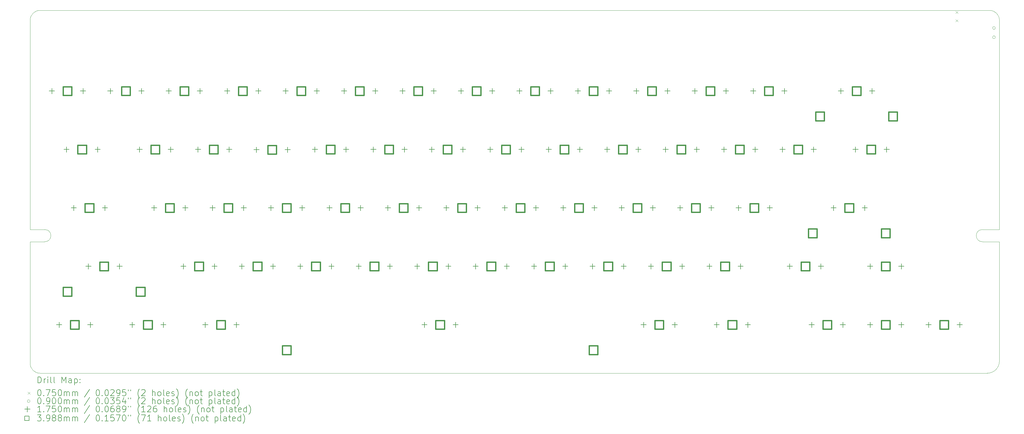
<source format=gbr>
%TF.GenerationSoftware,KiCad,Pcbnew,(6.0.10)*%
%TF.CreationDate,2023-09-30T09:28:59-05:00*%
%TF.ProjectId,RunTypeV3,52756e54-7970-4655-9633-2e6b69636164,rev?*%
%TF.SameCoordinates,Original*%
%TF.FileFunction,Drillmap*%
%TF.FilePolarity,Positive*%
%FSLAX45Y45*%
G04 Gerber Fmt 4.5, Leading zero omitted, Abs format (unit mm)*
G04 Created by KiCad (PCBNEW (6.0.10)) date 2023-09-30 09:28:59*
%MOMM*%
%LPD*%
G01*
G04 APERTURE LIST*
%ADD10C,0.100000*%
%ADD11C,0.200000*%
%ADD12C,0.075000*%
%ADD13C,0.090000*%
%ADD14C,0.175000*%
%ADD15C,0.398780*%
G04 APERTURE END LIST*
D10*
X1825625Y-8969376D02*
G75*
G03*
X1825625Y-8572500I0J198438D01*
G01*
X1666875Y-1428750D02*
G75*
G03*
X1349375Y-1746250I0J-317500D01*
G01*
X32385000Y-8572505D02*
G75*
G03*
X32385000Y-8969375I0J-198435D01*
G01*
X1349375Y-8572500D02*
X1349375Y-1746250D01*
X1666875Y-1428750D02*
X32623125Y-1428750D01*
X1349375Y-8969375D02*
X1825625Y-8969375D01*
X32940625Y-8572500D02*
X32940625Y-1746250D01*
X1349375Y-12938125D02*
X1349375Y-8969375D01*
X32385000Y-8572500D02*
X32940625Y-8572500D01*
X32543750Y-13255625D02*
X1666875Y-13255625D01*
X32940620Y-1746250D02*
G75*
G03*
X32623125Y-1428750I-317500J0D01*
G01*
X1825625Y-8572500D02*
X1349375Y-8572500D01*
X32940625Y-8969375D02*
X32940625Y-12858750D01*
X32940625Y-8969375D02*
X32385000Y-8969375D01*
X32543750Y-13255625D02*
G75*
G03*
X32940625Y-12858750I0J396875D01*
G01*
X1349375Y-12938125D02*
G75*
G03*
X1666875Y-13255625I317500J0D01*
G01*
D11*
D12*
X31516576Y-1453035D02*
X31591576Y-1528035D01*
X31591576Y-1453035D02*
X31516576Y-1528035D01*
X31516576Y-1728035D02*
X31591576Y-1803035D01*
X31591576Y-1728035D02*
X31516576Y-1803035D01*
D13*
X32806545Y-2002000D02*
G75*
G03*
X32806545Y-2002000I-45000J0D01*
G01*
X32806545Y-2302000D02*
G75*
G03*
X32806545Y-2302000I-45000J0D01*
G01*
D14*
X2056750Y-3969500D02*
X2056750Y-4144500D01*
X1969250Y-4057000D02*
X2144250Y-4057000D01*
X2294875Y-11589500D02*
X2294875Y-11764500D01*
X2207375Y-11677000D02*
X2382375Y-11677000D01*
X2533000Y-5874500D02*
X2533000Y-6049500D01*
X2445500Y-5962000D02*
X2620500Y-5962000D01*
X2771125Y-7779500D02*
X2771125Y-7954500D01*
X2683625Y-7867000D02*
X2858625Y-7867000D01*
X3072750Y-3969500D02*
X3072750Y-4144500D01*
X2985250Y-4057000D02*
X3160250Y-4057000D01*
X3247375Y-9684500D02*
X3247375Y-9859500D01*
X3159875Y-9772000D02*
X3334875Y-9772000D01*
X3310875Y-11589500D02*
X3310875Y-11764500D01*
X3223375Y-11677000D02*
X3398375Y-11677000D01*
X3549000Y-5874500D02*
X3549000Y-6049500D01*
X3461500Y-5962000D02*
X3636500Y-5962000D01*
X3787125Y-7779500D02*
X3787125Y-7954500D01*
X3699625Y-7867000D02*
X3874625Y-7867000D01*
X3961750Y-3969500D02*
X3961750Y-4144500D01*
X3874250Y-4057000D02*
X4049250Y-4057000D01*
X4263375Y-9684500D02*
X4263375Y-9859500D01*
X4175875Y-9772000D02*
X4350875Y-9772000D01*
X4676125Y-11589500D02*
X4676125Y-11764500D01*
X4588625Y-11677000D02*
X4763625Y-11677000D01*
X4914250Y-5874500D02*
X4914250Y-6049500D01*
X4826750Y-5962000D02*
X5001750Y-5962000D01*
X4977750Y-3969500D02*
X4977750Y-4144500D01*
X4890250Y-4057000D02*
X5065250Y-4057000D01*
X5390500Y-7779500D02*
X5390500Y-7954500D01*
X5303000Y-7867000D02*
X5478000Y-7867000D01*
X5692125Y-11589500D02*
X5692125Y-11764500D01*
X5604625Y-11677000D02*
X5779625Y-11677000D01*
X5866750Y-3969500D02*
X5866750Y-4144500D01*
X5779250Y-4057000D02*
X5954250Y-4057000D01*
X5930250Y-5874500D02*
X5930250Y-6049500D01*
X5842750Y-5962000D02*
X6017750Y-5962000D01*
X6343000Y-9684500D02*
X6343000Y-9859500D01*
X6255500Y-9772000D02*
X6430500Y-9772000D01*
X6406500Y-7779500D02*
X6406500Y-7954500D01*
X6319000Y-7867000D02*
X6494000Y-7867000D01*
X6819250Y-5874500D02*
X6819250Y-6049500D01*
X6731750Y-5962000D02*
X6906750Y-5962000D01*
X6882750Y-3969500D02*
X6882750Y-4144500D01*
X6795250Y-4057000D02*
X6970250Y-4057000D01*
X7057375Y-11589500D02*
X7057375Y-11764500D01*
X6969875Y-11677000D02*
X7144875Y-11677000D01*
X7295500Y-7779500D02*
X7295500Y-7954500D01*
X7208000Y-7867000D02*
X7383000Y-7867000D01*
X7359000Y-9684500D02*
X7359000Y-9859500D01*
X7271500Y-9772000D02*
X7446500Y-9772000D01*
X7771750Y-3969500D02*
X7771750Y-4144500D01*
X7684250Y-4057000D02*
X7859250Y-4057000D01*
X7835250Y-5874500D02*
X7835250Y-6049500D01*
X7747750Y-5962000D02*
X7922750Y-5962000D01*
X8073375Y-11589500D02*
X8073375Y-11764500D01*
X7985875Y-11677000D02*
X8160875Y-11677000D01*
X8248000Y-9684500D02*
X8248000Y-9859500D01*
X8160500Y-9772000D02*
X8335500Y-9772000D01*
X8311500Y-7779500D02*
X8311500Y-7954500D01*
X8224000Y-7867000D02*
X8399000Y-7867000D01*
X8724250Y-5881500D02*
X8724250Y-6056500D01*
X8636750Y-5969000D02*
X8811750Y-5969000D01*
X8787750Y-3969500D02*
X8787750Y-4144500D01*
X8700250Y-4057000D02*
X8875250Y-4057000D01*
X9200500Y-7779500D02*
X9200500Y-7954500D01*
X9113000Y-7867000D02*
X9288000Y-7867000D01*
X9264000Y-9684500D02*
X9264000Y-9859500D01*
X9176500Y-9772000D02*
X9351500Y-9772000D01*
X9676750Y-3969500D02*
X9676750Y-4144500D01*
X9589250Y-4057000D02*
X9764250Y-4057000D01*
X9740250Y-5881500D02*
X9740250Y-6056500D01*
X9652750Y-5969000D02*
X9827750Y-5969000D01*
X10153000Y-9684500D02*
X10153000Y-9859500D01*
X10065500Y-9772000D02*
X10240500Y-9772000D01*
X10216500Y-7779500D02*
X10216500Y-7954500D01*
X10129000Y-7867000D02*
X10304000Y-7867000D01*
X10629250Y-5874500D02*
X10629250Y-6049500D01*
X10541750Y-5962000D02*
X10716750Y-5962000D01*
X10692750Y-3969500D02*
X10692750Y-4144500D01*
X10605250Y-4057000D02*
X10780250Y-4057000D01*
X11105500Y-7779500D02*
X11105500Y-7954500D01*
X11018000Y-7867000D02*
X11193000Y-7867000D01*
X11169000Y-9684500D02*
X11169000Y-9859500D01*
X11081500Y-9772000D02*
X11256500Y-9772000D01*
X11581750Y-3969500D02*
X11581750Y-4144500D01*
X11494250Y-4057000D02*
X11669250Y-4057000D01*
X11645250Y-5874500D02*
X11645250Y-6049500D01*
X11557750Y-5962000D02*
X11732750Y-5962000D01*
X12058000Y-9684500D02*
X12058000Y-9859500D01*
X11970500Y-9772000D02*
X12145500Y-9772000D01*
X12121500Y-7779500D02*
X12121500Y-7954500D01*
X12034000Y-7867000D02*
X12209000Y-7867000D01*
X12534250Y-5874500D02*
X12534250Y-6049500D01*
X12446750Y-5962000D02*
X12621750Y-5962000D01*
X12597750Y-3969500D02*
X12597750Y-4144500D01*
X12510250Y-4057000D02*
X12685250Y-4057000D01*
X13010500Y-7779500D02*
X13010500Y-7954500D01*
X12923000Y-7867000D02*
X13098000Y-7867000D01*
X13074000Y-9684500D02*
X13074000Y-9859500D01*
X12986500Y-9772000D02*
X13161500Y-9772000D01*
X13486750Y-3969500D02*
X13486750Y-4144500D01*
X13399250Y-4057000D02*
X13574250Y-4057000D01*
X13550250Y-5874500D02*
X13550250Y-6049500D01*
X13462750Y-5962000D02*
X13637750Y-5962000D01*
X13963000Y-9684500D02*
X13963000Y-9859500D01*
X13875500Y-9772000D02*
X14050500Y-9772000D01*
X14026500Y-7779500D02*
X14026500Y-7954500D01*
X13939000Y-7867000D02*
X14114000Y-7867000D01*
X14201125Y-11589500D02*
X14201125Y-11764500D01*
X14113625Y-11677000D02*
X14288625Y-11677000D01*
X14439250Y-5874500D02*
X14439250Y-6049500D01*
X14351750Y-5962000D02*
X14526750Y-5962000D01*
X14502750Y-3969500D02*
X14502750Y-4144500D01*
X14415250Y-4057000D02*
X14590250Y-4057000D01*
X14915500Y-7779500D02*
X14915500Y-7954500D01*
X14828000Y-7867000D02*
X15003000Y-7867000D01*
X14979000Y-9684500D02*
X14979000Y-9859500D01*
X14891500Y-9772000D02*
X15066500Y-9772000D01*
X15217125Y-11589500D02*
X15217125Y-11764500D01*
X15129625Y-11677000D02*
X15304625Y-11677000D01*
X15391750Y-3969500D02*
X15391750Y-4144500D01*
X15304250Y-4057000D02*
X15479250Y-4057000D01*
X15455250Y-5874500D02*
X15455250Y-6049500D01*
X15367750Y-5962000D02*
X15542750Y-5962000D01*
X15868000Y-9684500D02*
X15868000Y-9859500D01*
X15780500Y-9772000D02*
X15955500Y-9772000D01*
X15931500Y-7779500D02*
X15931500Y-7954500D01*
X15844000Y-7867000D02*
X16019000Y-7867000D01*
X16344250Y-5874500D02*
X16344250Y-6049500D01*
X16256750Y-5962000D02*
X16431750Y-5962000D01*
X16407750Y-3969500D02*
X16407750Y-4144500D01*
X16320250Y-4057000D02*
X16495250Y-4057000D01*
X16820500Y-7779500D02*
X16820500Y-7954500D01*
X16733000Y-7867000D02*
X16908000Y-7867000D01*
X16884000Y-9684500D02*
X16884000Y-9859500D01*
X16796500Y-9772000D02*
X16971500Y-9772000D01*
X17296750Y-3969500D02*
X17296750Y-4144500D01*
X17209250Y-4057000D02*
X17384250Y-4057000D01*
X17360250Y-5874500D02*
X17360250Y-6049500D01*
X17272750Y-5962000D02*
X17447750Y-5962000D01*
X17773000Y-9684500D02*
X17773000Y-9859500D01*
X17685500Y-9772000D02*
X17860500Y-9772000D01*
X17836500Y-7779500D02*
X17836500Y-7954500D01*
X17749000Y-7867000D02*
X17924000Y-7867000D01*
X18249250Y-5874500D02*
X18249250Y-6049500D01*
X18161750Y-5962000D02*
X18336750Y-5962000D01*
X18312750Y-3969500D02*
X18312750Y-4144500D01*
X18225250Y-4057000D02*
X18400250Y-4057000D01*
X18725500Y-7779500D02*
X18725500Y-7954500D01*
X18638000Y-7867000D02*
X18813000Y-7867000D01*
X18789000Y-9684500D02*
X18789000Y-9859500D01*
X18701500Y-9772000D02*
X18876500Y-9772000D01*
X19201750Y-3969500D02*
X19201750Y-4144500D01*
X19114250Y-4057000D02*
X19289250Y-4057000D01*
X19265250Y-5874500D02*
X19265250Y-6049500D01*
X19177750Y-5962000D02*
X19352750Y-5962000D01*
X19678000Y-9684500D02*
X19678000Y-9859500D01*
X19590500Y-9772000D02*
X19765500Y-9772000D01*
X19741500Y-7779500D02*
X19741500Y-7954500D01*
X19654000Y-7867000D02*
X19829000Y-7867000D01*
X20154250Y-5874500D02*
X20154250Y-6049500D01*
X20066750Y-5962000D02*
X20241750Y-5962000D01*
X20217750Y-3969500D02*
X20217750Y-4144500D01*
X20130250Y-4057000D02*
X20305250Y-4057000D01*
X20630500Y-7779500D02*
X20630500Y-7954500D01*
X20543000Y-7867000D02*
X20718000Y-7867000D01*
X20694000Y-9684500D02*
X20694000Y-9859500D01*
X20606500Y-9772000D02*
X20781500Y-9772000D01*
X21106750Y-3969500D02*
X21106750Y-4144500D01*
X21019250Y-4057000D02*
X21194250Y-4057000D01*
X21170250Y-5874500D02*
X21170250Y-6049500D01*
X21082750Y-5962000D02*
X21257750Y-5962000D01*
X21344875Y-11589500D02*
X21344875Y-11764500D01*
X21257375Y-11677000D02*
X21432375Y-11677000D01*
X21583000Y-9684500D02*
X21583000Y-9859500D01*
X21495500Y-9772000D02*
X21670500Y-9772000D01*
X21646500Y-7779500D02*
X21646500Y-7954500D01*
X21559000Y-7867000D02*
X21734000Y-7867000D01*
X22059250Y-5874500D02*
X22059250Y-6049500D01*
X21971750Y-5962000D02*
X22146750Y-5962000D01*
X22122750Y-3969500D02*
X22122750Y-4144500D01*
X22035250Y-4057000D02*
X22210250Y-4057000D01*
X22360875Y-11589500D02*
X22360875Y-11764500D01*
X22273375Y-11677000D02*
X22448375Y-11677000D01*
X22535500Y-7779500D02*
X22535500Y-7954500D01*
X22448000Y-7867000D02*
X22623000Y-7867000D01*
X22599000Y-9684500D02*
X22599000Y-9859500D01*
X22511500Y-9772000D02*
X22686500Y-9772000D01*
X23011750Y-3969500D02*
X23011750Y-4144500D01*
X22924250Y-4057000D02*
X23099250Y-4057000D01*
X23075250Y-5874500D02*
X23075250Y-6049500D01*
X22987750Y-5962000D02*
X23162750Y-5962000D01*
X23488000Y-9684500D02*
X23488000Y-9859500D01*
X23400500Y-9772000D02*
X23575500Y-9772000D01*
X23551500Y-7779500D02*
X23551500Y-7954500D01*
X23464000Y-7867000D02*
X23639000Y-7867000D01*
X23726125Y-11589500D02*
X23726125Y-11764500D01*
X23638625Y-11677000D02*
X23813625Y-11677000D01*
X23964250Y-5874500D02*
X23964250Y-6049500D01*
X23876750Y-5962000D02*
X24051750Y-5962000D01*
X24027750Y-3969500D02*
X24027750Y-4144500D01*
X23940250Y-4057000D02*
X24115250Y-4057000D01*
X24440500Y-7779500D02*
X24440500Y-7954500D01*
X24353000Y-7867000D02*
X24528000Y-7867000D01*
X24504000Y-9684500D02*
X24504000Y-9859500D01*
X24416500Y-9772000D02*
X24591500Y-9772000D01*
X24742125Y-11589500D02*
X24742125Y-11764500D01*
X24654625Y-11677000D02*
X24829625Y-11677000D01*
X24916750Y-3969500D02*
X24916750Y-4144500D01*
X24829250Y-4057000D02*
X25004250Y-4057000D01*
X24980250Y-5874500D02*
X24980250Y-6049500D01*
X24892750Y-5962000D02*
X25067750Y-5962000D01*
X25456500Y-7779500D02*
X25456500Y-7954500D01*
X25369000Y-7867000D02*
X25544000Y-7867000D01*
X25869250Y-5874500D02*
X25869250Y-6049500D01*
X25781750Y-5962000D02*
X25956750Y-5962000D01*
X25932750Y-3969500D02*
X25932750Y-4144500D01*
X25845250Y-4057000D02*
X26020250Y-4057000D01*
X26107375Y-9684500D02*
X26107375Y-9859500D01*
X26019875Y-9772000D02*
X26194875Y-9772000D01*
X26821750Y-11589500D02*
X26821750Y-11764500D01*
X26734250Y-11677000D02*
X26909250Y-11677000D01*
X26885250Y-5874500D02*
X26885250Y-6049500D01*
X26797750Y-5962000D02*
X26972750Y-5962000D01*
X27123375Y-9684500D02*
X27123375Y-9859500D01*
X27035875Y-9772000D02*
X27210875Y-9772000D01*
X27536125Y-7779500D02*
X27536125Y-7954500D01*
X27448625Y-7867000D02*
X27623625Y-7867000D01*
X27774250Y-3969500D02*
X27774250Y-4144500D01*
X27686750Y-4057000D02*
X27861750Y-4057000D01*
X27837750Y-11589500D02*
X27837750Y-11764500D01*
X27750250Y-11677000D02*
X27925250Y-11677000D01*
X28250500Y-5874500D02*
X28250500Y-6049500D01*
X28163000Y-5962000D02*
X28338000Y-5962000D01*
X28552125Y-7779500D02*
X28552125Y-7954500D01*
X28464625Y-7867000D02*
X28639625Y-7867000D01*
X28726750Y-9684500D02*
X28726750Y-9859500D01*
X28639250Y-9772000D02*
X28814250Y-9772000D01*
X28726750Y-11589500D02*
X28726750Y-11764500D01*
X28639250Y-11677000D02*
X28814250Y-11677000D01*
X28790250Y-3969500D02*
X28790250Y-4144500D01*
X28702750Y-4057000D02*
X28877750Y-4057000D01*
X29266500Y-5874500D02*
X29266500Y-6049500D01*
X29179000Y-5962000D02*
X29354000Y-5962000D01*
X29742750Y-9684500D02*
X29742750Y-9859500D01*
X29655250Y-9772000D02*
X29830250Y-9772000D01*
X29742750Y-11589500D02*
X29742750Y-11764500D01*
X29655250Y-11677000D02*
X29830250Y-11677000D01*
X30631750Y-11589500D02*
X30631750Y-11764500D01*
X30544250Y-11677000D02*
X30719250Y-11677000D01*
X31647750Y-11589500D02*
X31647750Y-11764500D01*
X31560250Y-11677000D02*
X31735250Y-11677000D01*
D15*
X2705741Y-4197991D02*
X2705741Y-3916009D01*
X2423759Y-3916009D01*
X2423759Y-4197991D01*
X2705741Y-4197991D01*
X2705741Y-10738491D02*
X2705741Y-10456509D01*
X2423759Y-10456509D01*
X2423759Y-10738491D01*
X2705741Y-10738491D01*
X2943866Y-11817991D02*
X2943866Y-11536009D01*
X2661884Y-11536009D01*
X2661884Y-11817991D01*
X2943866Y-11817991D01*
X3181991Y-6102991D02*
X3181991Y-5821009D01*
X2900009Y-5821009D01*
X2900009Y-6102991D01*
X3181991Y-6102991D01*
X3420116Y-8007991D02*
X3420116Y-7726009D01*
X3138134Y-7726009D01*
X3138134Y-8007991D01*
X3420116Y-8007991D01*
X3896366Y-9912991D02*
X3896366Y-9631009D01*
X3614384Y-9631009D01*
X3614384Y-9912991D01*
X3896366Y-9912991D01*
X4610741Y-4197991D02*
X4610741Y-3916009D01*
X4328759Y-3916009D01*
X4328759Y-4197991D01*
X4610741Y-4197991D01*
X5086991Y-10738491D02*
X5086991Y-10456509D01*
X4805009Y-10456509D01*
X4805009Y-10738491D01*
X5086991Y-10738491D01*
X5325116Y-11817991D02*
X5325116Y-11536009D01*
X5043134Y-11536009D01*
X5043134Y-11817991D01*
X5325116Y-11817991D01*
X5563241Y-6102991D02*
X5563241Y-5821009D01*
X5281259Y-5821009D01*
X5281259Y-6102991D01*
X5563241Y-6102991D01*
X6039491Y-8007991D02*
X6039491Y-7726009D01*
X5757509Y-7726009D01*
X5757509Y-8007991D01*
X6039491Y-8007991D01*
X6515741Y-4197991D02*
X6515741Y-3916009D01*
X6233759Y-3916009D01*
X6233759Y-4197991D01*
X6515741Y-4197991D01*
X6991991Y-9912991D02*
X6991991Y-9631009D01*
X6710009Y-9631009D01*
X6710009Y-9912991D01*
X6991991Y-9912991D01*
X7468241Y-6102991D02*
X7468241Y-5821009D01*
X7186259Y-5821009D01*
X7186259Y-6102991D01*
X7468241Y-6102991D01*
X7706366Y-11817991D02*
X7706366Y-11536009D01*
X7424384Y-11536009D01*
X7424384Y-11817991D01*
X7706366Y-11817991D01*
X7944491Y-8007991D02*
X7944491Y-7726009D01*
X7662509Y-7726009D01*
X7662509Y-8007991D01*
X7944491Y-8007991D01*
X8420741Y-4197991D02*
X8420741Y-3916009D01*
X8138759Y-3916009D01*
X8138759Y-4197991D01*
X8420741Y-4197991D01*
X8896991Y-9912991D02*
X8896991Y-9631009D01*
X8615009Y-9631009D01*
X8615009Y-9912991D01*
X8896991Y-9912991D01*
X9373241Y-6109991D02*
X9373241Y-5828009D01*
X9091259Y-5828009D01*
X9091259Y-6109991D01*
X9373241Y-6109991D01*
X9849491Y-8007991D02*
X9849491Y-7726009D01*
X9567509Y-7726009D01*
X9567509Y-8007991D01*
X9849491Y-8007991D01*
X9849491Y-12643491D02*
X9849491Y-12361509D01*
X9567509Y-12361509D01*
X9567509Y-12643491D01*
X9849491Y-12643491D01*
X10325741Y-4197991D02*
X10325741Y-3916009D01*
X10043759Y-3916009D01*
X10043759Y-4197991D01*
X10325741Y-4197991D01*
X10801991Y-9912991D02*
X10801991Y-9631009D01*
X10520009Y-9631009D01*
X10520009Y-9912991D01*
X10801991Y-9912991D01*
X11278241Y-6102991D02*
X11278241Y-5821009D01*
X10996259Y-5821009D01*
X10996259Y-6102991D01*
X11278241Y-6102991D01*
X11754491Y-8007991D02*
X11754491Y-7726009D01*
X11472509Y-7726009D01*
X11472509Y-8007991D01*
X11754491Y-8007991D01*
X12230741Y-4197991D02*
X12230741Y-3916009D01*
X11948759Y-3916009D01*
X11948759Y-4197991D01*
X12230741Y-4197991D01*
X12706991Y-9912991D02*
X12706991Y-9631009D01*
X12425009Y-9631009D01*
X12425009Y-9912991D01*
X12706991Y-9912991D01*
X13183241Y-6102991D02*
X13183241Y-5821009D01*
X12901259Y-5821009D01*
X12901259Y-6102991D01*
X13183241Y-6102991D01*
X13659491Y-8007991D02*
X13659491Y-7726009D01*
X13377509Y-7726009D01*
X13377509Y-8007991D01*
X13659491Y-8007991D01*
X14135741Y-4197991D02*
X14135741Y-3916009D01*
X13853759Y-3916009D01*
X13853759Y-4197991D01*
X14135741Y-4197991D01*
X14611991Y-9912991D02*
X14611991Y-9631009D01*
X14330009Y-9631009D01*
X14330009Y-9912991D01*
X14611991Y-9912991D01*
X14850116Y-11817991D02*
X14850116Y-11536009D01*
X14568134Y-11536009D01*
X14568134Y-11817991D01*
X14850116Y-11817991D01*
X15088241Y-6102991D02*
X15088241Y-5821009D01*
X14806259Y-5821009D01*
X14806259Y-6102991D01*
X15088241Y-6102991D01*
X15564491Y-8007991D02*
X15564491Y-7726009D01*
X15282509Y-7726009D01*
X15282509Y-8007991D01*
X15564491Y-8007991D01*
X16040741Y-4197991D02*
X16040741Y-3916009D01*
X15758759Y-3916009D01*
X15758759Y-4197991D01*
X16040741Y-4197991D01*
X16516991Y-9912991D02*
X16516991Y-9631009D01*
X16235009Y-9631009D01*
X16235009Y-9912991D01*
X16516991Y-9912991D01*
X16993241Y-6102991D02*
X16993241Y-5821009D01*
X16711259Y-5821009D01*
X16711259Y-6102991D01*
X16993241Y-6102991D01*
X17469491Y-8007991D02*
X17469491Y-7726009D01*
X17187509Y-7726009D01*
X17187509Y-8007991D01*
X17469491Y-8007991D01*
X17945741Y-4197991D02*
X17945741Y-3916009D01*
X17663759Y-3916009D01*
X17663759Y-4197991D01*
X17945741Y-4197991D01*
X18421991Y-9912991D02*
X18421991Y-9631009D01*
X18140009Y-9631009D01*
X18140009Y-9912991D01*
X18421991Y-9912991D01*
X18898241Y-6102991D02*
X18898241Y-5821009D01*
X18616259Y-5821009D01*
X18616259Y-6102991D01*
X18898241Y-6102991D01*
X19374491Y-8007991D02*
X19374491Y-7726009D01*
X19092509Y-7726009D01*
X19092509Y-8007991D01*
X19374491Y-8007991D01*
X19850741Y-4197991D02*
X19850741Y-3916009D01*
X19568759Y-3916009D01*
X19568759Y-4197991D01*
X19850741Y-4197991D01*
X19850741Y-12643491D02*
X19850741Y-12361509D01*
X19568759Y-12361509D01*
X19568759Y-12643491D01*
X19850741Y-12643491D01*
X20326991Y-9912991D02*
X20326991Y-9631009D01*
X20045009Y-9631009D01*
X20045009Y-9912991D01*
X20326991Y-9912991D01*
X20803241Y-6102991D02*
X20803241Y-5821009D01*
X20521259Y-5821009D01*
X20521259Y-6102991D01*
X20803241Y-6102991D01*
X21279491Y-8007991D02*
X21279491Y-7726009D01*
X20997509Y-7726009D01*
X20997509Y-8007991D01*
X21279491Y-8007991D01*
X21755741Y-4197991D02*
X21755741Y-3916009D01*
X21473759Y-3916009D01*
X21473759Y-4197991D01*
X21755741Y-4197991D01*
X21993866Y-11817991D02*
X21993866Y-11536009D01*
X21711884Y-11536009D01*
X21711884Y-11817991D01*
X21993866Y-11817991D01*
X22231991Y-9912991D02*
X22231991Y-9631009D01*
X21950009Y-9631009D01*
X21950009Y-9912991D01*
X22231991Y-9912991D01*
X22708241Y-6102991D02*
X22708241Y-5821009D01*
X22426259Y-5821009D01*
X22426259Y-6102991D01*
X22708241Y-6102991D01*
X23184491Y-8007991D02*
X23184491Y-7726009D01*
X22902509Y-7726009D01*
X22902509Y-8007991D01*
X23184491Y-8007991D01*
X23660741Y-4197991D02*
X23660741Y-3916009D01*
X23378759Y-3916009D01*
X23378759Y-4197991D01*
X23660741Y-4197991D01*
X24136991Y-9912991D02*
X24136991Y-9631009D01*
X23855009Y-9631009D01*
X23855009Y-9912991D01*
X24136991Y-9912991D01*
X24375116Y-11817991D02*
X24375116Y-11536009D01*
X24093134Y-11536009D01*
X24093134Y-11817991D01*
X24375116Y-11817991D01*
X24613241Y-6102991D02*
X24613241Y-5821009D01*
X24331259Y-5821009D01*
X24331259Y-6102991D01*
X24613241Y-6102991D01*
X25089491Y-8007991D02*
X25089491Y-7726009D01*
X24807509Y-7726009D01*
X24807509Y-8007991D01*
X25089491Y-8007991D01*
X25565741Y-4197991D02*
X25565741Y-3916009D01*
X25283759Y-3916009D01*
X25283759Y-4197991D01*
X25565741Y-4197991D01*
X26518241Y-6102991D02*
X26518241Y-5821009D01*
X26236259Y-5821009D01*
X26236259Y-6102991D01*
X26518241Y-6102991D01*
X26756366Y-9912991D02*
X26756366Y-9631009D01*
X26474384Y-9631009D01*
X26474384Y-9912991D01*
X26756366Y-9912991D01*
X26994491Y-8833491D02*
X26994491Y-8551509D01*
X26712509Y-8551509D01*
X26712509Y-8833491D01*
X26994491Y-8833491D01*
X27232616Y-5023491D02*
X27232616Y-4741509D01*
X26950634Y-4741509D01*
X26950634Y-5023491D01*
X27232616Y-5023491D01*
X27470741Y-11817991D02*
X27470741Y-11536009D01*
X27188759Y-11536009D01*
X27188759Y-11817991D01*
X27470741Y-11817991D01*
X28185116Y-8007991D02*
X28185116Y-7726009D01*
X27903134Y-7726009D01*
X27903134Y-8007991D01*
X28185116Y-8007991D01*
X28423241Y-4197991D02*
X28423241Y-3916009D01*
X28141259Y-3916009D01*
X28141259Y-4197991D01*
X28423241Y-4197991D01*
X28899491Y-6102991D02*
X28899491Y-5821009D01*
X28617509Y-5821009D01*
X28617509Y-6102991D01*
X28899491Y-6102991D01*
X29375741Y-8833491D02*
X29375741Y-8551509D01*
X29093759Y-8551509D01*
X29093759Y-8833491D01*
X29375741Y-8833491D01*
X29375741Y-9912991D02*
X29375741Y-9631009D01*
X29093759Y-9631009D01*
X29093759Y-9912991D01*
X29375741Y-9912991D01*
X29375741Y-11817991D02*
X29375741Y-11536009D01*
X29093759Y-11536009D01*
X29093759Y-11817991D01*
X29375741Y-11817991D01*
X29613866Y-5023491D02*
X29613866Y-4741509D01*
X29331884Y-4741509D01*
X29331884Y-5023491D01*
X29613866Y-5023491D01*
X31280741Y-11817991D02*
X31280741Y-11536009D01*
X30998759Y-11536009D01*
X30998759Y-11817991D01*
X31280741Y-11817991D01*
D11*
X1601994Y-13571101D02*
X1601994Y-13371101D01*
X1649613Y-13371101D01*
X1678184Y-13380625D01*
X1697232Y-13399673D01*
X1706756Y-13418720D01*
X1716280Y-13456815D01*
X1716280Y-13485387D01*
X1706756Y-13523482D01*
X1697232Y-13542530D01*
X1678184Y-13561577D01*
X1649613Y-13571101D01*
X1601994Y-13571101D01*
X1801994Y-13571101D02*
X1801994Y-13437768D01*
X1801994Y-13475863D02*
X1811518Y-13456815D01*
X1821042Y-13447292D01*
X1840089Y-13437768D01*
X1859137Y-13437768D01*
X1925803Y-13571101D02*
X1925803Y-13437768D01*
X1925803Y-13371101D02*
X1916280Y-13380625D01*
X1925803Y-13390149D01*
X1935327Y-13380625D01*
X1925803Y-13371101D01*
X1925803Y-13390149D01*
X2049613Y-13571101D02*
X2030565Y-13561577D01*
X2021042Y-13542530D01*
X2021042Y-13371101D01*
X2154375Y-13571101D02*
X2135327Y-13561577D01*
X2125804Y-13542530D01*
X2125804Y-13371101D01*
X2382946Y-13571101D02*
X2382946Y-13371101D01*
X2449613Y-13513958D01*
X2516280Y-13371101D01*
X2516280Y-13571101D01*
X2697232Y-13571101D02*
X2697232Y-13466339D01*
X2687708Y-13447292D01*
X2668661Y-13437768D01*
X2630565Y-13437768D01*
X2611518Y-13447292D01*
X2697232Y-13561577D02*
X2678185Y-13571101D01*
X2630565Y-13571101D01*
X2611518Y-13561577D01*
X2601994Y-13542530D01*
X2601994Y-13523482D01*
X2611518Y-13504434D01*
X2630565Y-13494911D01*
X2678185Y-13494911D01*
X2697232Y-13485387D01*
X2792470Y-13437768D02*
X2792470Y-13637768D01*
X2792470Y-13447292D02*
X2811518Y-13437768D01*
X2849613Y-13437768D01*
X2868661Y-13447292D01*
X2878184Y-13456815D01*
X2887708Y-13475863D01*
X2887708Y-13533006D01*
X2878184Y-13552053D01*
X2868661Y-13561577D01*
X2849613Y-13571101D01*
X2811518Y-13571101D01*
X2792470Y-13561577D01*
X2973423Y-13552053D02*
X2982946Y-13561577D01*
X2973423Y-13571101D01*
X2963899Y-13561577D01*
X2973423Y-13552053D01*
X2973423Y-13571101D01*
X2973423Y-13447292D02*
X2982946Y-13456815D01*
X2973423Y-13466339D01*
X2963899Y-13456815D01*
X2973423Y-13447292D01*
X2973423Y-13466339D01*
D12*
X1269375Y-13863125D02*
X1344375Y-13938125D01*
X1344375Y-13863125D02*
X1269375Y-13938125D01*
D11*
X1640089Y-13791101D02*
X1659137Y-13791101D01*
X1678184Y-13800625D01*
X1687708Y-13810149D01*
X1697232Y-13829196D01*
X1706756Y-13867292D01*
X1706756Y-13914911D01*
X1697232Y-13953006D01*
X1687708Y-13972053D01*
X1678184Y-13981577D01*
X1659137Y-13991101D01*
X1640089Y-13991101D01*
X1621042Y-13981577D01*
X1611518Y-13972053D01*
X1601994Y-13953006D01*
X1592470Y-13914911D01*
X1592470Y-13867292D01*
X1601994Y-13829196D01*
X1611518Y-13810149D01*
X1621042Y-13800625D01*
X1640089Y-13791101D01*
X1792470Y-13972053D02*
X1801994Y-13981577D01*
X1792470Y-13991101D01*
X1782946Y-13981577D01*
X1792470Y-13972053D01*
X1792470Y-13991101D01*
X1868661Y-13791101D02*
X2001994Y-13791101D01*
X1916280Y-13991101D01*
X2173423Y-13791101D02*
X2078184Y-13791101D01*
X2068661Y-13886339D01*
X2078184Y-13876815D01*
X2097232Y-13867292D01*
X2144851Y-13867292D01*
X2163899Y-13876815D01*
X2173423Y-13886339D01*
X2182946Y-13905387D01*
X2182946Y-13953006D01*
X2173423Y-13972053D01*
X2163899Y-13981577D01*
X2144851Y-13991101D01*
X2097232Y-13991101D01*
X2078184Y-13981577D01*
X2068661Y-13972053D01*
X2306756Y-13791101D02*
X2325804Y-13791101D01*
X2344851Y-13800625D01*
X2354375Y-13810149D01*
X2363899Y-13829196D01*
X2373423Y-13867292D01*
X2373423Y-13914911D01*
X2363899Y-13953006D01*
X2354375Y-13972053D01*
X2344851Y-13981577D01*
X2325804Y-13991101D01*
X2306756Y-13991101D01*
X2287708Y-13981577D01*
X2278185Y-13972053D01*
X2268661Y-13953006D01*
X2259137Y-13914911D01*
X2259137Y-13867292D01*
X2268661Y-13829196D01*
X2278185Y-13810149D01*
X2287708Y-13800625D01*
X2306756Y-13791101D01*
X2459137Y-13991101D02*
X2459137Y-13857768D01*
X2459137Y-13876815D02*
X2468661Y-13867292D01*
X2487708Y-13857768D01*
X2516280Y-13857768D01*
X2535327Y-13867292D01*
X2544851Y-13886339D01*
X2544851Y-13991101D01*
X2544851Y-13886339D02*
X2554375Y-13867292D01*
X2573423Y-13857768D01*
X2601994Y-13857768D01*
X2621042Y-13867292D01*
X2630565Y-13886339D01*
X2630565Y-13991101D01*
X2725804Y-13991101D02*
X2725804Y-13857768D01*
X2725804Y-13876815D02*
X2735327Y-13867292D01*
X2754375Y-13857768D01*
X2782946Y-13857768D01*
X2801994Y-13867292D01*
X2811518Y-13886339D01*
X2811518Y-13991101D01*
X2811518Y-13886339D02*
X2821042Y-13867292D01*
X2840089Y-13857768D01*
X2868661Y-13857768D01*
X2887708Y-13867292D01*
X2897232Y-13886339D01*
X2897232Y-13991101D01*
X3287708Y-13781577D02*
X3116280Y-14038720D01*
X3544851Y-13791101D02*
X3563899Y-13791101D01*
X3582946Y-13800625D01*
X3592470Y-13810149D01*
X3601994Y-13829196D01*
X3611518Y-13867292D01*
X3611518Y-13914911D01*
X3601994Y-13953006D01*
X3592470Y-13972053D01*
X3582946Y-13981577D01*
X3563899Y-13991101D01*
X3544851Y-13991101D01*
X3525803Y-13981577D01*
X3516280Y-13972053D01*
X3506756Y-13953006D01*
X3497232Y-13914911D01*
X3497232Y-13867292D01*
X3506756Y-13829196D01*
X3516280Y-13810149D01*
X3525803Y-13800625D01*
X3544851Y-13791101D01*
X3697232Y-13972053D02*
X3706756Y-13981577D01*
X3697232Y-13991101D01*
X3687708Y-13981577D01*
X3697232Y-13972053D01*
X3697232Y-13991101D01*
X3830565Y-13791101D02*
X3849613Y-13791101D01*
X3868661Y-13800625D01*
X3878184Y-13810149D01*
X3887708Y-13829196D01*
X3897232Y-13867292D01*
X3897232Y-13914911D01*
X3887708Y-13953006D01*
X3878184Y-13972053D01*
X3868661Y-13981577D01*
X3849613Y-13991101D01*
X3830565Y-13991101D01*
X3811518Y-13981577D01*
X3801994Y-13972053D01*
X3792470Y-13953006D01*
X3782946Y-13914911D01*
X3782946Y-13867292D01*
X3792470Y-13829196D01*
X3801994Y-13810149D01*
X3811518Y-13800625D01*
X3830565Y-13791101D01*
X3973423Y-13810149D02*
X3982946Y-13800625D01*
X4001994Y-13791101D01*
X4049613Y-13791101D01*
X4068661Y-13800625D01*
X4078184Y-13810149D01*
X4087708Y-13829196D01*
X4087708Y-13848244D01*
X4078184Y-13876815D01*
X3963899Y-13991101D01*
X4087708Y-13991101D01*
X4182946Y-13991101D02*
X4221042Y-13991101D01*
X4240089Y-13981577D01*
X4249613Y-13972053D01*
X4268661Y-13943482D01*
X4278185Y-13905387D01*
X4278185Y-13829196D01*
X4268661Y-13810149D01*
X4259137Y-13800625D01*
X4240089Y-13791101D01*
X4201994Y-13791101D01*
X4182946Y-13800625D01*
X4173423Y-13810149D01*
X4163899Y-13829196D01*
X4163899Y-13876815D01*
X4173423Y-13895863D01*
X4182946Y-13905387D01*
X4201994Y-13914911D01*
X4240089Y-13914911D01*
X4259137Y-13905387D01*
X4268661Y-13895863D01*
X4278185Y-13876815D01*
X4459137Y-13791101D02*
X4363899Y-13791101D01*
X4354375Y-13886339D01*
X4363899Y-13876815D01*
X4382946Y-13867292D01*
X4430565Y-13867292D01*
X4449613Y-13876815D01*
X4459137Y-13886339D01*
X4468661Y-13905387D01*
X4468661Y-13953006D01*
X4459137Y-13972053D01*
X4449613Y-13981577D01*
X4430565Y-13991101D01*
X4382946Y-13991101D01*
X4363899Y-13981577D01*
X4354375Y-13972053D01*
X4544851Y-13791101D02*
X4544851Y-13829196D01*
X4621042Y-13791101D02*
X4621042Y-13829196D01*
X4916280Y-14067292D02*
X4906756Y-14057768D01*
X4887708Y-14029196D01*
X4878185Y-14010149D01*
X4868661Y-13981577D01*
X4859137Y-13933958D01*
X4859137Y-13895863D01*
X4868661Y-13848244D01*
X4878185Y-13819673D01*
X4887708Y-13800625D01*
X4906756Y-13772053D01*
X4916280Y-13762530D01*
X4982946Y-13810149D02*
X4992470Y-13800625D01*
X5011518Y-13791101D01*
X5059137Y-13791101D01*
X5078185Y-13800625D01*
X5087708Y-13810149D01*
X5097232Y-13829196D01*
X5097232Y-13848244D01*
X5087708Y-13876815D01*
X4973423Y-13991101D01*
X5097232Y-13991101D01*
X5335327Y-13991101D02*
X5335327Y-13791101D01*
X5421042Y-13991101D02*
X5421042Y-13886339D01*
X5411518Y-13867292D01*
X5392470Y-13857768D01*
X5363899Y-13857768D01*
X5344851Y-13867292D01*
X5335327Y-13876815D01*
X5544851Y-13991101D02*
X5525804Y-13981577D01*
X5516280Y-13972053D01*
X5506756Y-13953006D01*
X5506756Y-13895863D01*
X5516280Y-13876815D01*
X5525804Y-13867292D01*
X5544851Y-13857768D01*
X5573423Y-13857768D01*
X5592470Y-13867292D01*
X5601994Y-13876815D01*
X5611518Y-13895863D01*
X5611518Y-13953006D01*
X5601994Y-13972053D01*
X5592470Y-13981577D01*
X5573423Y-13991101D01*
X5544851Y-13991101D01*
X5725803Y-13991101D02*
X5706756Y-13981577D01*
X5697232Y-13962530D01*
X5697232Y-13791101D01*
X5878184Y-13981577D02*
X5859137Y-13991101D01*
X5821042Y-13991101D01*
X5801994Y-13981577D01*
X5792470Y-13962530D01*
X5792470Y-13886339D01*
X5801994Y-13867292D01*
X5821042Y-13857768D01*
X5859137Y-13857768D01*
X5878184Y-13867292D01*
X5887708Y-13886339D01*
X5887708Y-13905387D01*
X5792470Y-13924434D01*
X5963899Y-13981577D02*
X5982946Y-13991101D01*
X6021042Y-13991101D01*
X6040089Y-13981577D01*
X6049613Y-13962530D01*
X6049613Y-13953006D01*
X6040089Y-13933958D01*
X6021042Y-13924434D01*
X5992470Y-13924434D01*
X5973423Y-13914911D01*
X5963899Y-13895863D01*
X5963899Y-13886339D01*
X5973423Y-13867292D01*
X5992470Y-13857768D01*
X6021042Y-13857768D01*
X6040089Y-13867292D01*
X6116280Y-14067292D02*
X6125803Y-14057768D01*
X6144851Y-14029196D01*
X6154375Y-14010149D01*
X6163899Y-13981577D01*
X6173423Y-13933958D01*
X6173423Y-13895863D01*
X6163899Y-13848244D01*
X6154375Y-13819673D01*
X6144851Y-13800625D01*
X6125803Y-13772053D01*
X6116280Y-13762530D01*
X6478184Y-14067292D02*
X6468661Y-14057768D01*
X6449613Y-14029196D01*
X6440089Y-14010149D01*
X6430565Y-13981577D01*
X6421042Y-13933958D01*
X6421042Y-13895863D01*
X6430565Y-13848244D01*
X6440089Y-13819673D01*
X6449613Y-13800625D01*
X6468661Y-13772053D01*
X6478184Y-13762530D01*
X6554375Y-13857768D02*
X6554375Y-13991101D01*
X6554375Y-13876815D02*
X6563899Y-13867292D01*
X6582946Y-13857768D01*
X6611518Y-13857768D01*
X6630565Y-13867292D01*
X6640089Y-13886339D01*
X6640089Y-13991101D01*
X6763899Y-13991101D02*
X6744851Y-13981577D01*
X6735327Y-13972053D01*
X6725803Y-13953006D01*
X6725803Y-13895863D01*
X6735327Y-13876815D01*
X6744851Y-13867292D01*
X6763899Y-13857768D01*
X6792470Y-13857768D01*
X6811518Y-13867292D01*
X6821042Y-13876815D01*
X6830565Y-13895863D01*
X6830565Y-13953006D01*
X6821042Y-13972053D01*
X6811518Y-13981577D01*
X6792470Y-13991101D01*
X6763899Y-13991101D01*
X6887708Y-13857768D02*
X6963899Y-13857768D01*
X6916280Y-13791101D02*
X6916280Y-13962530D01*
X6925803Y-13981577D01*
X6944851Y-13991101D01*
X6963899Y-13991101D01*
X7182946Y-13857768D02*
X7182946Y-14057768D01*
X7182946Y-13867292D02*
X7201994Y-13857768D01*
X7240089Y-13857768D01*
X7259137Y-13867292D01*
X7268661Y-13876815D01*
X7278184Y-13895863D01*
X7278184Y-13953006D01*
X7268661Y-13972053D01*
X7259137Y-13981577D01*
X7240089Y-13991101D01*
X7201994Y-13991101D01*
X7182946Y-13981577D01*
X7392470Y-13991101D02*
X7373423Y-13981577D01*
X7363899Y-13962530D01*
X7363899Y-13791101D01*
X7554375Y-13991101D02*
X7554375Y-13886339D01*
X7544851Y-13867292D01*
X7525803Y-13857768D01*
X7487708Y-13857768D01*
X7468661Y-13867292D01*
X7554375Y-13981577D02*
X7535327Y-13991101D01*
X7487708Y-13991101D01*
X7468661Y-13981577D01*
X7459137Y-13962530D01*
X7459137Y-13943482D01*
X7468661Y-13924434D01*
X7487708Y-13914911D01*
X7535327Y-13914911D01*
X7554375Y-13905387D01*
X7621042Y-13857768D02*
X7697232Y-13857768D01*
X7649613Y-13791101D02*
X7649613Y-13962530D01*
X7659137Y-13981577D01*
X7678184Y-13991101D01*
X7697232Y-13991101D01*
X7840089Y-13981577D02*
X7821042Y-13991101D01*
X7782946Y-13991101D01*
X7763899Y-13981577D01*
X7754375Y-13962530D01*
X7754375Y-13886339D01*
X7763899Y-13867292D01*
X7782946Y-13857768D01*
X7821042Y-13857768D01*
X7840089Y-13867292D01*
X7849613Y-13886339D01*
X7849613Y-13905387D01*
X7754375Y-13924434D01*
X8021042Y-13991101D02*
X8021042Y-13791101D01*
X8021042Y-13981577D02*
X8001994Y-13991101D01*
X7963899Y-13991101D01*
X7944851Y-13981577D01*
X7935327Y-13972053D01*
X7925803Y-13953006D01*
X7925803Y-13895863D01*
X7935327Y-13876815D01*
X7944851Y-13867292D01*
X7963899Y-13857768D01*
X8001994Y-13857768D01*
X8021042Y-13867292D01*
X8097232Y-14067292D02*
X8106756Y-14057768D01*
X8125803Y-14029196D01*
X8135327Y-14010149D01*
X8144851Y-13981577D01*
X8154375Y-13933958D01*
X8154375Y-13895863D01*
X8144851Y-13848244D01*
X8135327Y-13819673D01*
X8125803Y-13800625D01*
X8106756Y-13772053D01*
X8097232Y-13762530D01*
D13*
X1344375Y-14164625D02*
G75*
G03*
X1344375Y-14164625I-45000J0D01*
G01*
D11*
X1640089Y-14055101D02*
X1659137Y-14055101D01*
X1678184Y-14064625D01*
X1687708Y-14074149D01*
X1697232Y-14093196D01*
X1706756Y-14131292D01*
X1706756Y-14178911D01*
X1697232Y-14217006D01*
X1687708Y-14236053D01*
X1678184Y-14245577D01*
X1659137Y-14255101D01*
X1640089Y-14255101D01*
X1621042Y-14245577D01*
X1611518Y-14236053D01*
X1601994Y-14217006D01*
X1592470Y-14178911D01*
X1592470Y-14131292D01*
X1601994Y-14093196D01*
X1611518Y-14074149D01*
X1621042Y-14064625D01*
X1640089Y-14055101D01*
X1792470Y-14236053D02*
X1801994Y-14245577D01*
X1792470Y-14255101D01*
X1782946Y-14245577D01*
X1792470Y-14236053D01*
X1792470Y-14255101D01*
X1897232Y-14255101D02*
X1935327Y-14255101D01*
X1954375Y-14245577D01*
X1963899Y-14236053D01*
X1982946Y-14207482D01*
X1992470Y-14169387D01*
X1992470Y-14093196D01*
X1982946Y-14074149D01*
X1973423Y-14064625D01*
X1954375Y-14055101D01*
X1916280Y-14055101D01*
X1897232Y-14064625D01*
X1887708Y-14074149D01*
X1878184Y-14093196D01*
X1878184Y-14140815D01*
X1887708Y-14159863D01*
X1897232Y-14169387D01*
X1916280Y-14178911D01*
X1954375Y-14178911D01*
X1973423Y-14169387D01*
X1982946Y-14159863D01*
X1992470Y-14140815D01*
X2116280Y-14055101D02*
X2135327Y-14055101D01*
X2154375Y-14064625D01*
X2163899Y-14074149D01*
X2173423Y-14093196D01*
X2182946Y-14131292D01*
X2182946Y-14178911D01*
X2173423Y-14217006D01*
X2163899Y-14236053D01*
X2154375Y-14245577D01*
X2135327Y-14255101D01*
X2116280Y-14255101D01*
X2097232Y-14245577D01*
X2087708Y-14236053D01*
X2078184Y-14217006D01*
X2068661Y-14178911D01*
X2068661Y-14131292D01*
X2078184Y-14093196D01*
X2087708Y-14074149D01*
X2097232Y-14064625D01*
X2116280Y-14055101D01*
X2306756Y-14055101D02*
X2325804Y-14055101D01*
X2344851Y-14064625D01*
X2354375Y-14074149D01*
X2363899Y-14093196D01*
X2373423Y-14131292D01*
X2373423Y-14178911D01*
X2363899Y-14217006D01*
X2354375Y-14236053D01*
X2344851Y-14245577D01*
X2325804Y-14255101D01*
X2306756Y-14255101D01*
X2287708Y-14245577D01*
X2278185Y-14236053D01*
X2268661Y-14217006D01*
X2259137Y-14178911D01*
X2259137Y-14131292D01*
X2268661Y-14093196D01*
X2278185Y-14074149D01*
X2287708Y-14064625D01*
X2306756Y-14055101D01*
X2459137Y-14255101D02*
X2459137Y-14121768D01*
X2459137Y-14140815D02*
X2468661Y-14131292D01*
X2487708Y-14121768D01*
X2516280Y-14121768D01*
X2535327Y-14131292D01*
X2544851Y-14150339D01*
X2544851Y-14255101D01*
X2544851Y-14150339D02*
X2554375Y-14131292D01*
X2573423Y-14121768D01*
X2601994Y-14121768D01*
X2621042Y-14131292D01*
X2630565Y-14150339D01*
X2630565Y-14255101D01*
X2725804Y-14255101D02*
X2725804Y-14121768D01*
X2725804Y-14140815D02*
X2735327Y-14131292D01*
X2754375Y-14121768D01*
X2782946Y-14121768D01*
X2801994Y-14131292D01*
X2811518Y-14150339D01*
X2811518Y-14255101D01*
X2811518Y-14150339D02*
X2821042Y-14131292D01*
X2840089Y-14121768D01*
X2868661Y-14121768D01*
X2887708Y-14131292D01*
X2897232Y-14150339D01*
X2897232Y-14255101D01*
X3287708Y-14045577D02*
X3116280Y-14302720D01*
X3544851Y-14055101D02*
X3563899Y-14055101D01*
X3582946Y-14064625D01*
X3592470Y-14074149D01*
X3601994Y-14093196D01*
X3611518Y-14131292D01*
X3611518Y-14178911D01*
X3601994Y-14217006D01*
X3592470Y-14236053D01*
X3582946Y-14245577D01*
X3563899Y-14255101D01*
X3544851Y-14255101D01*
X3525803Y-14245577D01*
X3516280Y-14236053D01*
X3506756Y-14217006D01*
X3497232Y-14178911D01*
X3497232Y-14131292D01*
X3506756Y-14093196D01*
X3516280Y-14074149D01*
X3525803Y-14064625D01*
X3544851Y-14055101D01*
X3697232Y-14236053D02*
X3706756Y-14245577D01*
X3697232Y-14255101D01*
X3687708Y-14245577D01*
X3697232Y-14236053D01*
X3697232Y-14255101D01*
X3830565Y-14055101D02*
X3849613Y-14055101D01*
X3868661Y-14064625D01*
X3878184Y-14074149D01*
X3887708Y-14093196D01*
X3897232Y-14131292D01*
X3897232Y-14178911D01*
X3887708Y-14217006D01*
X3878184Y-14236053D01*
X3868661Y-14245577D01*
X3849613Y-14255101D01*
X3830565Y-14255101D01*
X3811518Y-14245577D01*
X3801994Y-14236053D01*
X3792470Y-14217006D01*
X3782946Y-14178911D01*
X3782946Y-14131292D01*
X3792470Y-14093196D01*
X3801994Y-14074149D01*
X3811518Y-14064625D01*
X3830565Y-14055101D01*
X3963899Y-14055101D02*
X4087708Y-14055101D01*
X4021042Y-14131292D01*
X4049613Y-14131292D01*
X4068661Y-14140815D01*
X4078184Y-14150339D01*
X4087708Y-14169387D01*
X4087708Y-14217006D01*
X4078184Y-14236053D01*
X4068661Y-14245577D01*
X4049613Y-14255101D01*
X3992470Y-14255101D01*
X3973423Y-14245577D01*
X3963899Y-14236053D01*
X4268661Y-14055101D02*
X4173423Y-14055101D01*
X4163899Y-14150339D01*
X4173423Y-14140815D01*
X4192470Y-14131292D01*
X4240089Y-14131292D01*
X4259137Y-14140815D01*
X4268661Y-14150339D01*
X4278185Y-14169387D01*
X4278185Y-14217006D01*
X4268661Y-14236053D01*
X4259137Y-14245577D01*
X4240089Y-14255101D01*
X4192470Y-14255101D01*
X4173423Y-14245577D01*
X4163899Y-14236053D01*
X4449613Y-14121768D02*
X4449613Y-14255101D01*
X4401994Y-14045577D02*
X4354375Y-14188434D01*
X4478185Y-14188434D01*
X4544851Y-14055101D02*
X4544851Y-14093196D01*
X4621042Y-14055101D02*
X4621042Y-14093196D01*
X4916280Y-14331292D02*
X4906756Y-14321768D01*
X4887708Y-14293196D01*
X4878185Y-14274149D01*
X4868661Y-14245577D01*
X4859137Y-14197958D01*
X4859137Y-14159863D01*
X4868661Y-14112244D01*
X4878185Y-14083673D01*
X4887708Y-14064625D01*
X4906756Y-14036053D01*
X4916280Y-14026530D01*
X4982946Y-14074149D02*
X4992470Y-14064625D01*
X5011518Y-14055101D01*
X5059137Y-14055101D01*
X5078185Y-14064625D01*
X5087708Y-14074149D01*
X5097232Y-14093196D01*
X5097232Y-14112244D01*
X5087708Y-14140815D01*
X4973423Y-14255101D01*
X5097232Y-14255101D01*
X5335327Y-14255101D02*
X5335327Y-14055101D01*
X5421042Y-14255101D02*
X5421042Y-14150339D01*
X5411518Y-14131292D01*
X5392470Y-14121768D01*
X5363899Y-14121768D01*
X5344851Y-14131292D01*
X5335327Y-14140815D01*
X5544851Y-14255101D02*
X5525804Y-14245577D01*
X5516280Y-14236053D01*
X5506756Y-14217006D01*
X5506756Y-14159863D01*
X5516280Y-14140815D01*
X5525804Y-14131292D01*
X5544851Y-14121768D01*
X5573423Y-14121768D01*
X5592470Y-14131292D01*
X5601994Y-14140815D01*
X5611518Y-14159863D01*
X5611518Y-14217006D01*
X5601994Y-14236053D01*
X5592470Y-14245577D01*
X5573423Y-14255101D01*
X5544851Y-14255101D01*
X5725803Y-14255101D02*
X5706756Y-14245577D01*
X5697232Y-14226530D01*
X5697232Y-14055101D01*
X5878184Y-14245577D02*
X5859137Y-14255101D01*
X5821042Y-14255101D01*
X5801994Y-14245577D01*
X5792470Y-14226530D01*
X5792470Y-14150339D01*
X5801994Y-14131292D01*
X5821042Y-14121768D01*
X5859137Y-14121768D01*
X5878184Y-14131292D01*
X5887708Y-14150339D01*
X5887708Y-14169387D01*
X5792470Y-14188434D01*
X5963899Y-14245577D02*
X5982946Y-14255101D01*
X6021042Y-14255101D01*
X6040089Y-14245577D01*
X6049613Y-14226530D01*
X6049613Y-14217006D01*
X6040089Y-14197958D01*
X6021042Y-14188434D01*
X5992470Y-14188434D01*
X5973423Y-14178911D01*
X5963899Y-14159863D01*
X5963899Y-14150339D01*
X5973423Y-14131292D01*
X5992470Y-14121768D01*
X6021042Y-14121768D01*
X6040089Y-14131292D01*
X6116280Y-14331292D02*
X6125803Y-14321768D01*
X6144851Y-14293196D01*
X6154375Y-14274149D01*
X6163899Y-14245577D01*
X6173423Y-14197958D01*
X6173423Y-14159863D01*
X6163899Y-14112244D01*
X6154375Y-14083673D01*
X6144851Y-14064625D01*
X6125803Y-14036053D01*
X6116280Y-14026530D01*
X6478184Y-14331292D02*
X6468661Y-14321768D01*
X6449613Y-14293196D01*
X6440089Y-14274149D01*
X6430565Y-14245577D01*
X6421042Y-14197958D01*
X6421042Y-14159863D01*
X6430565Y-14112244D01*
X6440089Y-14083673D01*
X6449613Y-14064625D01*
X6468661Y-14036053D01*
X6478184Y-14026530D01*
X6554375Y-14121768D02*
X6554375Y-14255101D01*
X6554375Y-14140815D02*
X6563899Y-14131292D01*
X6582946Y-14121768D01*
X6611518Y-14121768D01*
X6630565Y-14131292D01*
X6640089Y-14150339D01*
X6640089Y-14255101D01*
X6763899Y-14255101D02*
X6744851Y-14245577D01*
X6735327Y-14236053D01*
X6725803Y-14217006D01*
X6725803Y-14159863D01*
X6735327Y-14140815D01*
X6744851Y-14131292D01*
X6763899Y-14121768D01*
X6792470Y-14121768D01*
X6811518Y-14131292D01*
X6821042Y-14140815D01*
X6830565Y-14159863D01*
X6830565Y-14217006D01*
X6821042Y-14236053D01*
X6811518Y-14245577D01*
X6792470Y-14255101D01*
X6763899Y-14255101D01*
X6887708Y-14121768D02*
X6963899Y-14121768D01*
X6916280Y-14055101D02*
X6916280Y-14226530D01*
X6925803Y-14245577D01*
X6944851Y-14255101D01*
X6963899Y-14255101D01*
X7182946Y-14121768D02*
X7182946Y-14321768D01*
X7182946Y-14131292D02*
X7201994Y-14121768D01*
X7240089Y-14121768D01*
X7259137Y-14131292D01*
X7268661Y-14140815D01*
X7278184Y-14159863D01*
X7278184Y-14217006D01*
X7268661Y-14236053D01*
X7259137Y-14245577D01*
X7240089Y-14255101D01*
X7201994Y-14255101D01*
X7182946Y-14245577D01*
X7392470Y-14255101D02*
X7373423Y-14245577D01*
X7363899Y-14226530D01*
X7363899Y-14055101D01*
X7554375Y-14255101D02*
X7554375Y-14150339D01*
X7544851Y-14131292D01*
X7525803Y-14121768D01*
X7487708Y-14121768D01*
X7468661Y-14131292D01*
X7554375Y-14245577D02*
X7535327Y-14255101D01*
X7487708Y-14255101D01*
X7468661Y-14245577D01*
X7459137Y-14226530D01*
X7459137Y-14207482D01*
X7468661Y-14188434D01*
X7487708Y-14178911D01*
X7535327Y-14178911D01*
X7554375Y-14169387D01*
X7621042Y-14121768D02*
X7697232Y-14121768D01*
X7649613Y-14055101D02*
X7649613Y-14226530D01*
X7659137Y-14245577D01*
X7678184Y-14255101D01*
X7697232Y-14255101D01*
X7840089Y-14245577D02*
X7821042Y-14255101D01*
X7782946Y-14255101D01*
X7763899Y-14245577D01*
X7754375Y-14226530D01*
X7754375Y-14150339D01*
X7763899Y-14131292D01*
X7782946Y-14121768D01*
X7821042Y-14121768D01*
X7840089Y-14131292D01*
X7849613Y-14150339D01*
X7849613Y-14169387D01*
X7754375Y-14188434D01*
X8021042Y-14255101D02*
X8021042Y-14055101D01*
X8021042Y-14245577D02*
X8001994Y-14255101D01*
X7963899Y-14255101D01*
X7944851Y-14245577D01*
X7935327Y-14236053D01*
X7925803Y-14217006D01*
X7925803Y-14159863D01*
X7935327Y-14140815D01*
X7944851Y-14131292D01*
X7963899Y-14121768D01*
X8001994Y-14121768D01*
X8021042Y-14131292D01*
X8097232Y-14331292D02*
X8106756Y-14321768D01*
X8125803Y-14293196D01*
X8135327Y-14274149D01*
X8144851Y-14245577D01*
X8154375Y-14197958D01*
X8154375Y-14159863D01*
X8144851Y-14112244D01*
X8135327Y-14083673D01*
X8125803Y-14064625D01*
X8106756Y-14036053D01*
X8097232Y-14026530D01*
D14*
X1256875Y-14341125D02*
X1256875Y-14516125D01*
X1169375Y-14428625D02*
X1344375Y-14428625D01*
D11*
X1706756Y-14519101D02*
X1592470Y-14519101D01*
X1649613Y-14519101D02*
X1649613Y-14319101D01*
X1630565Y-14347673D01*
X1611518Y-14366720D01*
X1592470Y-14376244D01*
X1792470Y-14500053D02*
X1801994Y-14509577D01*
X1792470Y-14519101D01*
X1782946Y-14509577D01*
X1792470Y-14500053D01*
X1792470Y-14519101D01*
X1868661Y-14319101D02*
X2001994Y-14319101D01*
X1916280Y-14519101D01*
X2173423Y-14319101D02*
X2078184Y-14319101D01*
X2068661Y-14414339D01*
X2078184Y-14404815D01*
X2097232Y-14395292D01*
X2144851Y-14395292D01*
X2163899Y-14404815D01*
X2173423Y-14414339D01*
X2182946Y-14433387D01*
X2182946Y-14481006D01*
X2173423Y-14500053D01*
X2163899Y-14509577D01*
X2144851Y-14519101D01*
X2097232Y-14519101D01*
X2078184Y-14509577D01*
X2068661Y-14500053D01*
X2306756Y-14319101D02*
X2325804Y-14319101D01*
X2344851Y-14328625D01*
X2354375Y-14338149D01*
X2363899Y-14357196D01*
X2373423Y-14395292D01*
X2373423Y-14442911D01*
X2363899Y-14481006D01*
X2354375Y-14500053D01*
X2344851Y-14509577D01*
X2325804Y-14519101D01*
X2306756Y-14519101D01*
X2287708Y-14509577D01*
X2278185Y-14500053D01*
X2268661Y-14481006D01*
X2259137Y-14442911D01*
X2259137Y-14395292D01*
X2268661Y-14357196D01*
X2278185Y-14338149D01*
X2287708Y-14328625D01*
X2306756Y-14319101D01*
X2459137Y-14519101D02*
X2459137Y-14385768D01*
X2459137Y-14404815D02*
X2468661Y-14395292D01*
X2487708Y-14385768D01*
X2516280Y-14385768D01*
X2535327Y-14395292D01*
X2544851Y-14414339D01*
X2544851Y-14519101D01*
X2544851Y-14414339D02*
X2554375Y-14395292D01*
X2573423Y-14385768D01*
X2601994Y-14385768D01*
X2621042Y-14395292D01*
X2630565Y-14414339D01*
X2630565Y-14519101D01*
X2725804Y-14519101D02*
X2725804Y-14385768D01*
X2725804Y-14404815D02*
X2735327Y-14395292D01*
X2754375Y-14385768D01*
X2782946Y-14385768D01*
X2801994Y-14395292D01*
X2811518Y-14414339D01*
X2811518Y-14519101D01*
X2811518Y-14414339D02*
X2821042Y-14395292D01*
X2840089Y-14385768D01*
X2868661Y-14385768D01*
X2887708Y-14395292D01*
X2897232Y-14414339D01*
X2897232Y-14519101D01*
X3287708Y-14309577D02*
X3116280Y-14566720D01*
X3544851Y-14319101D02*
X3563899Y-14319101D01*
X3582946Y-14328625D01*
X3592470Y-14338149D01*
X3601994Y-14357196D01*
X3611518Y-14395292D01*
X3611518Y-14442911D01*
X3601994Y-14481006D01*
X3592470Y-14500053D01*
X3582946Y-14509577D01*
X3563899Y-14519101D01*
X3544851Y-14519101D01*
X3525803Y-14509577D01*
X3516280Y-14500053D01*
X3506756Y-14481006D01*
X3497232Y-14442911D01*
X3497232Y-14395292D01*
X3506756Y-14357196D01*
X3516280Y-14338149D01*
X3525803Y-14328625D01*
X3544851Y-14319101D01*
X3697232Y-14500053D02*
X3706756Y-14509577D01*
X3697232Y-14519101D01*
X3687708Y-14509577D01*
X3697232Y-14500053D01*
X3697232Y-14519101D01*
X3830565Y-14319101D02*
X3849613Y-14319101D01*
X3868661Y-14328625D01*
X3878184Y-14338149D01*
X3887708Y-14357196D01*
X3897232Y-14395292D01*
X3897232Y-14442911D01*
X3887708Y-14481006D01*
X3878184Y-14500053D01*
X3868661Y-14509577D01*
X3849613Y-14519101D01*
X3830565Y-14519101D01*
X3811518Y-14509577D01*
X3801994Y-14500053D01*
X3792470Y-14481006D01*
X3782946Y-14442911D01*
X3782946Y-14395292D01*
X3792470Y-14357196D01*
X3801994Y-14338149D01*
X3811518Y-14328625D01*
X3830565Y-14319101D01*
X4068661Y-14319101D02*
X4030565Y-14319101D01*
X4011518Y-14328625D01*
X4001994Y-14338149D01*
X3982946Y-14366720D01*
X3973423Y-14404815D01*
X3973423Y-14481006D01*
X3982946Y-14500053D01*
X3992470Y-14509577D01*
X4011518Y-14519101D01*
X4049613Y-14519101D01*
X4068661Y-14509577D01*
X4078184Y-14500053D01*
X4087708Y-14481006D01*
X4087708Y-14433387D01*
X4078184Y-14414339D01*
X4068661Y-14404815D01*
X4049613Y-14395292D01*
X4011518Y-14395292D01*
X3992470Y-14404815D01*
X3982946Y-14414339D01*
X3973423Y-14433387D01*
X4201994Y-14404815D02*
X4182946Y-14395292D01*
X4173423Y-14385768D01*
X4163899Y-14366720D01*
X4163899Y-14357196D01*
X4173423Y-14338149D01*
X4182946Y-14328625D01*
X4201994Y-14319101D01*
X4240089Y-14319101D01*
X4259137Y-14328625D01*
X4268661Y-14338149D01*
X4278185Y-14357196D01*
X4278185Y-14366720D01*
X4268661Y-14385768D01*
X4259137Y-14395292D01*
X4240089Y-14404815D01*
X4201994Y-14404815D01*
X4182946Y-14414339D01*
X4173423Y-14423863D01*
X4163899Y-14442911D01*
X4163899Y-14481006D01*
X4173423Y-14500053D01*
X4182946Y-14509577D01*
X4201994Y-14519101D01*
X4240089Y-14519101D01*
X4259137Y-14509577D01*
X4268661Y-14500053D01*
X4278185Y-14481006D01*
X4278185Y-14442911D01*
X4268661Y-14423863D01*
X4259137Y-14414339D01*
X4240089Y-14404815D01*
X4373423Y-14519101D02*
X4411518Y-14519101D01*
X4430565Y-14509577D01*
X4440089Y-14500053D01*
X4459137Y-14471482D01*
X4468661Y-14433387D01*
X4468661Y-14357196D01*
X4459137Y-14338149D01*
X4449613Y-14328625D01*
X4430565Y-14319101D01*
X4392470Y-14319101D01*
X4373423Y-14328625D01*
X4363899Y-14338149D01*
X4354375Y-14357196D01*
X4354375Y-14404815D01*
X4363899Y-14423863D01*
X4373423Y-14433387D01*
X4392470Y-14442911D01*
X4430565Y-14442911D01*
X4449613Y-14433387D01*
X4459137Y-14423863D01*
X4468661Y-14404815D01*
X4544851Y-14319101D02*
X4544851Y-14357196D01*
X4621042Y-14319101D02*
X4621042Y-14357196D01*
X4916280Y-14595292D02*
X4906756Y-14585768D01*
X4887708Y-14557196D01*
X4878185Y-14538149D01*
X4868661Y-14509577D01*
X4859137Y-14461958D01*
X4859137Y-14423863D01*
X4868661Y-14376244D01*
X4878185Y-14347673D01*
X4887708Y-14328625D01*
X4906756Y-14300053D01*
X4916280Y-14290530D01*
X5097232Y-14519101D02*
X4982946Y-14519101D01*
X5040089Y-14519101D02*
X5040089Y-14319101D01*
X5021042Y-14347673D01*
X5001994Y-14366720D01*
X4982946Y-14376244D01*
X5173423Y-14338149D02*
X5182946Y-14328625D01*
X5201994Y-14319101D01*
X5249613Y-14319101D01*
X5268661Y-14328625D01*
X5278185Y-14338149D01*
X5287708Y-14357196D01*
X5287708Y-14376244D01*
X5278185Y-14404815D01*
X5163899Y-14519101D01*
X5287708Y-14519101D01*
X5459137Y-14319101D02*
X5421042Y-14319101D01*
X5401994Y-14328625D01*
X5392470Y-14338149D01*
X5373423Y-14366720D01*
X5363899Y-14404815D01*
X5363899Y-14481006D01*
X5373423Y-14500053D01*
X5382946Y-14509577D01*
X5401994Y-14519101D01*
X5440089Y-14519101D01*
X5459137Y-14509577D01*
X5468661Y-14500053D01*
X5478185Y-14481006D01*
X5478185Y-14433387D01*
X5468661Y-14414339D01*
X5459137Y-14404815D01*
X5440089Y-14395292D01*
X5401994Y-14395292D01*
X5382946Y-14404815D01*
X5373423Y-14414339D01*
X5363899Y-14433387D01*
X5716280Y-14519101D02*
X5716280Y-14319101D01*
X5801994Y-14519101D02*
X5801994Y-14414339D01*
X5792470Y-14395292D01*
X5773423Y-14385768D01*
X5744851Y-14385768D01*
X5725803Y-14395292D01*
X5716280Y-14404815D01*
X5925803Y-14519101D02*
X5906756Y-14509577D01*
X5897232Y-14500053D01*
X5887708Y-14481006D01*
X5887708Y-14423863D01*
X5897232Y-14404815D01*
X5906756Y-14395292D01*
X5925803Y-14385768D01*
X5954375Y-14385768D01*
X5973423Y-14395292D01*
X5982946Y-14404815D01*
X5992470Y-14423863D01*
X5992470Y-14481006D01*
X5982946Y-14500053D01*
X5973423Y-14509577D01*
X5954375Y-14519101D01*
X5925803Y-14519101D01*
X6106756Y-14519101D02*
X6087708Y-14509577D01*
X6078184Y-14490530D01*
X6078184Y-14319101D01*
X6259137Y-14509577D02*
X6240089Y-14519101D01*
X6201994Y-14519101D01*
X6182946Y-14509577D01*
X6173423Y-14490530D01*
X6173423Y-14414339D01*
X6182946Y-14395292D01*
X6201994Y-14385768D01*
X6240089Y-14385768D01*
X6259137Y-14395292D01*
X6268661Y-14414339D01*
X6268661Y-14433387D01*
X6173423Y-14452434D01*
X6344851Y-14509577D02*
X6363899Y-14519101D01*
X6401994Y-14519101D01*
X6421042Y-14509577D01*
X6430565Y-14490530D01*
X6430565Y-14481006D01*
X6421042Y-14461958D01*
X6401994Y-14452434D01*
X6373423Y-14452434D01*
X6354375Y-14442911D01*
X6344851Y-14423863D01*
X6344851Y-14414339D01*
X6354375Y-14395292D01*
X6373423Y-14385768D01*
X6401994Y-14385768D01*
X6421042Y-14395292D01*
X6497232Y-14595292D02*
X6506756Y-14585768D01*
X6525803Y-14557196D01*
X6535327Y-14538149D01*
X6544851Y-14509577D01*
X6554375Y-14461958D01*
X6554375Y-14423863D01*
X6544851Y-14376244D01*
X6535327Y-14347673D01*
X6525803Y-14328625D01*
X6506756Y-14300053D01*
X6497232Y-14290530D01*
X6859137Y-14595292D02*
X6849613Y-14585768D01*
X6830565Y-14557196D01*
X6821042Y-14538149D01*
X6811518Y-14509577D01*
X6801994Y-14461958D01*
X6801994Y-14423863D01*
X6811518Y-14376244D01*
X6821042Y-14347673D01*
X6830565Y-14328625D01*
X6849613Y-14300053D01*
X6859137Y-14290530D01*
X6935327Y-14385768D02*
X6935327Y-14519101D01*
X6935327Y-14404815D02*
X6944851Y-14395292D01*
X6963899Y-14385768D01*
X6992470Y-14385768D01*
X7011518Y-14395292D01*
X7021042Y-14414339D01*
X7021042Y-14519101D01*
X7144851Y-14519101D02*
X7125803Y-14509577D01*
X7116280Y-14500053D01*
X7106756Y-14481006D01*
X7106756Y-14423863D01*
X7116280Y-14404815D01*
X7125803Y-14395292D01*
X7144851Y-14385768D01*
X7173423Y-14385768D01*
X7192470Y-14395292D01*
X7201994Y-14404815D01*
X7211518Y-14423863D01*
X7211518Y-14481006D01*
X7201994Y-14500053D01*
X7192470Y-14509577D01*
X7173423Y-14519101D01*
X7144851Y-14519101D01*
X7268661Y-14385768D02*
X7344851Y-14385768D01*
X7297232Y-14319101D02*
X7297232Y-14490530D01*
X7306756Y-14509577D01*
X7325803Y-14519101D01*
X7344851Y-14519101D01*
X7563899Y-14385768D02*
X7563899Y-14585768D01*
X7563899Y-14395292D02*
X7582946Y-14385768D01*
X7621042Y-14385768D01*
X7640089Y-14395292D01*
X7649613Y-14404815D01*
X7659137Y-14423863D01*
X7659137Y-14481006D01*
X7649613Y-14500053D01*
X7640089Y-14509577D01*
X7621042Y-14519101D01*
X7582946Y-14519101D01*
X7563899Y-14509577D01*
X7773423Y-14519101D02*
X7754375Y-14509577D01*
X7744851Y-14490530D01*
X7744851Y-14319101D01*
X7935327Y-14519101D02*
X7935327Y-14414339D01*
X7925803Y-14395292D01*
X7906756Y-14385768D01*
X7868661Y-14385768D01*
X7849613Y-14395292D01*
X7935327Y-14509577D02*
X7916280Y-14519101D01*
X7868661Y-14519101D01*
X7849613Y-14509577D01*
X7840089Y-14490530D01*
X7840089Y-14471482D01*
X7849613Y-14452434D01*
X7868661Y-14442911D01*
X7916280Y-14442911D01*
X7935327Y-14433387D01*
X8001994Y-14385768D02*
X8078184Y-14385768D01*
X8030565Y-14319101D02*
X8030565Y-14490530D01*
X8040089Y-14509577D01*
X8059137Y-14519101D01*
X8078184Y-14519101D01*
X8221042Y-14509577D02*
X8201994Y-14519101D01*
X8163899Y-14519101D01*
X8144851Y-14509577D01*
X8135327Y-14490530D01*
X8135327Y-14414339D01*
X8144851Y-14395292D01*
X8163899Y-14385768D01*
X8201994Y-14385768D01*
X8221042Y-14395292D01*
X8230565Y-14414339D01*
X8230565Y-14433387D01*
X8135327Y-14452434D01*
X8401994Y-14519101D02*
X8401994Y-14319101D01*
X8401994Y-14509577D02*
X8382946Y-14519101D01*
X8344851Y-14519101D01*
X8325803Y-14509577D01*
X8316280Y-14500053D01*
X8306756Y-14481006D01*
X8306756Y-14423863D01*
X8316280Y-14404815D01*
X8325803Y-14395292D01*
X8344851Y-14385768D01*
X8382946Y-14385768D01*
X8401994Y-14395292D01*
X8478185Y-14595292D02*
X8487708Y-14585768D01*
X8506756Y-14557196D01*
X8516280Y-14538149D01*
X8525804Y-14509577D01*
X8535327Y-14461958D01*
X8535327Y-14423863D01*
X8525804Y-14376244D01*
X8516280Y-14347673D01*
X8506756Y-14328625D01*
X8487708Y-14300053D01*
X8478185Y-14290530D01*
X1315086Y-14794336D02*
X1315086Y-14652914D01*
X1173664Y-14652914D01*
X1173664Y-14794336D01*
X1315086Y-14794336D01*
X1582946Y-14614101D02*
X1706756Y-14614101D01*
X1640089Y-14690292D01*
X1668661Y-14690292D01*
X1687708Y-14699815D01*
X1697232Y-14709339D01*
X1706756Y-14728387D01*
X1706756Y-14776006D01*
X1697232Y-14795053D01*
X1687708Y-14804577D01*
X1668661Y-14814101D01*
X1611518Y-14814101D01*
X1592470Y-14804577D01*
X1582946Y-14795053D01*
X1792470Y-14795053D02*
X1801994Y-14804577D01*
X1792470Y-14814101D01*
X1782946Y-14804577D01*
X1792470Y-14795053D01*
X1792470Y-14814101D01*
X1897232Y-14814101D02*
X1935327Y-14814101D01*
X1954375Y-14804577D01*
X1963899Y-14795053D01*
X1982946Y-14766482D01*
X1992470Y-14728387D01*
X1992470Y-14652196D01*
X1982946Y-14633149D01*
X1973423Y-14623625D01*
X1954375Y-14614101D01*
X1916280Y-14614101D01*
X1897232Y-14623625D01*
X1887708Y-14633149D01*
X1878184Y-14652196D01*
X1878184Y-14699815D01*
X1887708Y-14718863D01*
X1897232Y-14728387D01*
X1916280Y-14737911D01*
X1954375Y-14737911D01*
X1973423Y-14728387D01*
X1982946Y-14718863D01*
X1992470Y-14699815D01*
X2106756Y-14699815D02*
X2087708Y-14690292D01*
X2078184Y-14680768D01*
X2068661Y-14661720D01*
X2068661Y-14652196D01*
X2078184Y-14633149D01*
X2087708Y-14623625D01*
X2106756Y-14614101D01*
X2144851Y-14614101D01*
X2163899Y-14623625D01*
X2173423Y-14633149D01*
X2182946Y-14652196D01*
X2182946Y-14661720D01*
X2173423Y-14680768D01*
X2163899Y-14690292D01*
X2144851Y-14699815D01*
X2106756Y-14699815D01*
X2087708Y-14709339D01*
X2078184Y-14718863D01*
X2068661Y-14737911D01*
X2068661Y-14776006D01*
X2078184Y-14795053D01*
X2087708Y-14804577D01*
X2106756Y-14814101D01*
X2144851Y-14814101D01*
X2163899Y-14804577D01*
X2173423Y-14795053D01*
X2182946Y-14776006D01*
X2182946Y-14737911D01*
X2173423Y-14718863D01*
X2163899Y-14709339D01*
X2144851Y-14699815D01*
X2297232Y-14699815D02*
X2278185Y-14690292D01*
X2268661Y-14680768D01*
X2259137Y-14661720D01*
X2259137Y-14652196D01*
X2268661Y-14633149D01*
X2278185Y-14623625D01*
X2297232Y-14614101D01*
X2335327Y-14614101D01*
X2354375Y-14623625D01*
X2363899Y-14633149D01*
X2373423Y-14652196D01*
X2373423Y-14661720D01*
X2363899Y-14680768D01*
X2354375Y-14690292D01*
X2335327Y-14699815D01*
X2297232Y-14699815D01*
X2278185Y-14709339D01*
X2268661Y-14718863D01*
X2259137Y-14737911D01*
X2259137Y-14776006D01*
X2268661Y-14795053D01*
X2278185Y-14804577D01*
X2297232Y-14814101D01*
X2335327Y-14814101D01*
X2354375Y-14804577D01*
X2363899Y-14795053D01*
X2373423Y-14776006D01*
X2373423Y-14737911D01*
X2363899Y-14718863D01*
X2354375Y-14709339D01*
X2335327Y-14699815D01*
X2459137Y-14814101D02*
X2459137Y-14680768D01*
X2459137Y-14699815D02*
X2468661Y-14690292D01*
X2487708Y-14680768D01*
X2516280Y-14680768D01*
X2535327Y-14690292D01*
X2544851Y-14709339D01*
X2544851Y-14814101D01*
X2544851Y-14709339D02*
X2554375Y-14690292D01*
X2573423Y-14680768D01*
X2601994Y-14680768D01*
X2621042Y-14690292D01*
X2630565Y-14709339D01*
X2630565Y-14814101D01*
X2725804Y-14814101D02*
X2725804Y-14680768D01*
X2725804Y-14699815D02*
X2735327Y-14690292D01*
X2754375Y-14680768D01*
X2782946Y-14680768D01*
X2801994Y-14690292D01*
X2811518Y-14709339D01*
X2811518Y-14814101D01*
X2811518Y-14709339D02*
X2821042Y-14690292D01*
X2840089Y-14680768D01*
X2868661Y-14680768D01*
X2887708Y-14690292D01*
X2897232Y-14709339D01*
X2897232Y-14814101D01*
X3287708Y-14604577D02*
X3116280Y-14861720D01*
X3544851Y-14614101D02*
X3563899Y-14614101D01*
X3582946Y-14623625D01*
X3592470Y-14633149D01*
X3601994Y-14652196D01*
X3611518Y-14690292D01*
X3611518Y-14737911D01*
X3601994Y-14776006D01*
X3592470Y-14795053D01*
X3582946Y-14804577D01*
X3563899Y-14814101D01*
X3544851Y-14814101D01*
X3525803Y-14804577D01*
X3516280Y-14795053D01*
X3506756Y-14776006D01*
X3497232Y-14737911D01*
X3497232Y-14690292D01*
X3506756Y-14652196D01*
X3516280Y-14633149D01*
X3525803Y-14623625D01*
X3544851Y-14614101D01*
X3697232Y-14795053D02*
X3706756Y-14804577D01*
X3697232Y-14814101D01*
X3687708Y-14804577D01*
X3697232Y-14795053D01*
X3697232Y-14814101D01*
X3897232Y-14814101D02*
X3782946Y-14814101D01*
X3840089Y-14814101D02*
X3840089Y-14614101D01*
X3821042Y-14642673D01*
X3801994Y-14661720D01*
X3782946Y-14671244D01*
X4078184Y-14614101D02*
X3982946Y-14614101D01*
X3973423Y-14709339D01*
X3982946Y-14699815D01*
X4001994Y-14690292D01*
X4049613Y-14690292D01*
X4068661Y-14699815D01*
X4078184Y-14709339D01*
X4087708Y-14728387D01*
X4087708Y-14776006D01*
X4078184Y-14795053D01*
X4068661Y-14804577D01*
X4049613Y-14814101D01*
X4001994Y-14814101D01*
X3982946Y-14804577D01*
X3973423Y-14795053D01*
X4154375Y-14614101D02*
X4287708Y-14614101D01*
X4201994Y-14814101D01*
X4401994Y-14614101D02*
X4421042Y-14614101D01*
X4440089Y-14623625D01*
X4449613Y-14633149D01*
X4459137Y-14652196D01*
X4468661Y-14690292D01*
X4468661Y-14737911D01*
X4459137Y-14776006D01*
X4449613Y-14795053D01*
X4440089Y-14804577D01*
X4421042Y-14814101D01*
X4401994Y-14814101D01*
X4382946Y-14804577D01*
X4373423Y-14795053D01*
X4363899Y-14776006D01*
X4354375Y-14737911D01*
X4354375Y-14690292D01*
X4363899Y-14652196D01*
X4373423Y-14633149D01*
X4382946Y-14623625D01*
X4401994Y-14614101D01*
X4544851Y-14614101D02*
X4544851Y-14652196D01*
X4621042Y-14614101D02*
X4621042Y-14652196D01*
X4916280Y-14890292D02*
X4906756Y-14880768D01*
X4887708Y-14852196D01*
X4878185Y-14833149D01*
X4868661Y-14804577D01*
X4859137Y-14756958D01*
X4859137Y-14718863D01*
X4868661Y-14671244D01*
X4878185Y-14642673D01*
X4887708Y-14623625D01*
X4906756Y-14595053D01*
X4916280Y-14585530D01*
X4973423Y-14614101D02*
X5106756Y-14614101D01*
X5021042Y-14814101D01*
X5287708Y-14814101D02*
X5173423Y-14814101D01*
X5230565Y-14814101D02*
X5230565Y-14614101D01*
X5211518Y-14642673D01*
X5192470Y-14661720D01*
X5173423Y-14671244D01*
X5525804Y-14814101D02*
X5525804Y-14614101D01*
X5611518Y-14814101D02*
X5611518Y-14709339D01*
X5601994Y-14690292D01*
X5582946Y-14680768D01*
X5554375Y-14680768D01*
X5535327Y-14690292D01*
X5525804Y-14699815D01*
X5735327Y-14814101D02*
X5716280Y-14804577D01*
X5706756Y-14795053D01*
X5697232Y-14776006D01*
X5697232Y-14718863D01*
X5706756Y-14699815D01*
X5716280Y-14690292D01*
X5735327Y-14680768D01*
X5763899Y-14680768D01*
X5782946Y-14690292D01*
X5792470Y-14699815D01*
X5801994Y-14718863D01*
X5801994Y-14776006D01*
X5792470Y-14795053D01*
X5782946Y-14804577D01*
X5763899Y-14814101D01*
X5735327Y-14814101D01*
X5916280Y-14814101D02*
X5897232Y-14804577D01*
X5887708Y-14785530D01*
X5887708Y-14614101D01*
X6068661Y-14804577D02*
X6049613Y-14814101D01*
X6011518Y-14814101D01*
X5992470Y-14804577D01*
X5982946Y-14785530D01*
X5982946Y-14709339D01*
X5992470Y-14690292D01*
X6011518Y-14680768D01*
X6049613Y-14680768D01*
X6068661Y-14690292D01*
X6078184Y-14709339D01*
X6078184Y-14728387D01*
X5982946Y-14747434D01*
X6154375Y-14804577D02*
X6173423Y-14814101D01*
X6211518Y-14814101D01*
X6230565Y-14804577D01*
X6240089Y-14785530D01*
X6240089Y-14776006D01*
X6230565Y-14756958D01*
X6211518Y-14747434D01*
X6182946Y-14747434D01*
X6163899Y-14737911D01*
X6154375Y-14718863D01*
X6154375Y-14709339D01*
X6163899Y-14690292D01*
X6182946Y-14680768D01*
X6211518Y-14680768D01*
X6230565Y-14690292D01*
X6306756Y-14890292D02*
X6316280Y-14880768D01*
X6335327Y-14852196D01*
X6344851Y-14833149D01*
X6354375Y-14804577D01*
X6363899Y-14756958D01*
X6363899Y-14718863D01*
X6354375Y-14671244D01*
X6344851Y-14642673D01*
X6335327Y-14623625D01*
X6316280Y-14595053D01*
X6306756Y-14585530D01*
X6668661Y-14890292D02*
X6659137Y-14880768D01*
X6640089Y-14852196D01*
X6630565Y-14833149D01*
X6621042Y-14804577D01*
X6611518Y-14756958D01*
X6611518Y-14718863D01*
X6621042Y-14671244D01*
X6630565Y-14642673D01*
X6640089Y-14623625D01*
X6659137Y-14595053D01*
X6668661Y-14585530D01*
X6744851Y-14680768D02*
X6744851Y-14814101D01*
X6744851Y-14699815D02*
X6754375Y-14690292D01*
X6773423Y-14680768D01*
X6801994Y-14680768D01*
X6821042Y-14690292D01*
X6830565Y-14709339D01*
X6830565Y-14814101D01*
X6954375Y-14814101D02*
X6935327Y-14804577D01*
X6925803Y-14795053D01*
X6916280Y-14776006D01*
X6916280Y-14718863D01*
X6925803Y-14699815D01*
X6935327Y-14690292D01*
X6954375Y-14680768D01*
X6982946Y-14680768D01*
X7001994Y-14690292D01*
X7011518Y-14699815D01*
X7021042Y-14718863D01*
X7021042Y-14776006D01*
X7011518Y-14795053D01*
X7001994Y-14804577D01*
X6982946Y-14814101D01*
X6954375Y-14814101D01*
X7078184Y-14680768D02*
X7154375Y-14680768D01*
X7106756Y-14614101D02*
X7106756Y-14785530D01*
X7116280Y-14804577D01*
X7135327Y-14814101D01*
X7154375Y-14814101D01*
X7373423Y-14680768D02*
X7373423Y-14880768D01*
X7373423Y-14690292D02*
X7392470Y-14680768D01*
X7430565Y-14680768D01*
X7449613Y-14690292D01*
X7459137Y-14699815D01*
X7468661Y-14718863D01*
X7468661Y-14776006D01*
X7459137Y-14795053D01*
X7449613Y-14804577D01*
X7430565Y-14814101D01*
X7392470Y-14814101D01*
X7373423Y-14804577D01*
X7582946Y-14814101D02*
X7563899Y-14804577D01*
X7554375Y-14785530D01*
X7554375Y-14614101D01*
X7744851Y-14814101D02*
X7744851Y-14709339D01*
X7735327Y-14690292D01*
X7716280Y-14680768D01*
X7678184Y-14680768D01*
X7659137Y-14690292D01*
X7744851Y-14804577D02*
X7725803Y-14814101D01*
X7678184Y-14814101D01*
X7659137Y-14804577D01*
X7649613Y-14785530D01*
X7649613Y-14766482D01*
X7659137Y-14747434D01*
X7678184Y-14737911D01*
X7725803Y-14737911D01*
X7744851Y-14728387D01*
X7811518Y-14680768D02*
X7887708Y-14680768D01*
X7840089Y-14614101D02*
X7840089Y-14785530D01*
X7849613Y-14804577D01*
X7868661Y-14814101D01*
X7887708Y-14814101D01*
X8030565Y-14804577D02*
X8011518Y-14814101D01*
X7973423Y-14814101D01*
X7954375Y-14804577D01*
X7944851Y-14785530D01*
X7944851Y-14709339D01*
X7954375Y-14690292D01*
X7973423Y-14680768D01*
X8011518Y-14680768D01*
X8030565Y-14690292D01*
X8040089Y-14709339D01*
X8040089Y-14728387D01*
X7944851Y-14747434D01*
X8211518Y-14814101D02*
X8211518Y-14614101D01*
X8211518Y-14804577D02*
X8192470Y-14814101D01*
X8154375Y-14814101D01*
X8135327Y-14804577D01*
X8125803Y-14795053D01*
X8116280Y-14776006D01*
X8116280Y-14718863D01*
X8125803Y-14699815D01*
X8135327Y-14690292D01*
X8154375Y-14680768D01*
X8192470Y-14680768D01*
X8211518Y-14690292D01*
X8287708Y-14890292D02*
X8297232Y-14880768D01*
X8316280Y-14852196D01*
X8325803Y-14833149D01*
X8335327Y-14804577D01*
X8344851Y-14756958D01*
X8344851Y-14718863D01*
X8335327Y-14671244D01*
X8325803Y-14642673D01*
X8316280Y-14623625D01*
X8297232Y-14595053D01*
X8287708Y-14585530D01*
M02*

</source>
